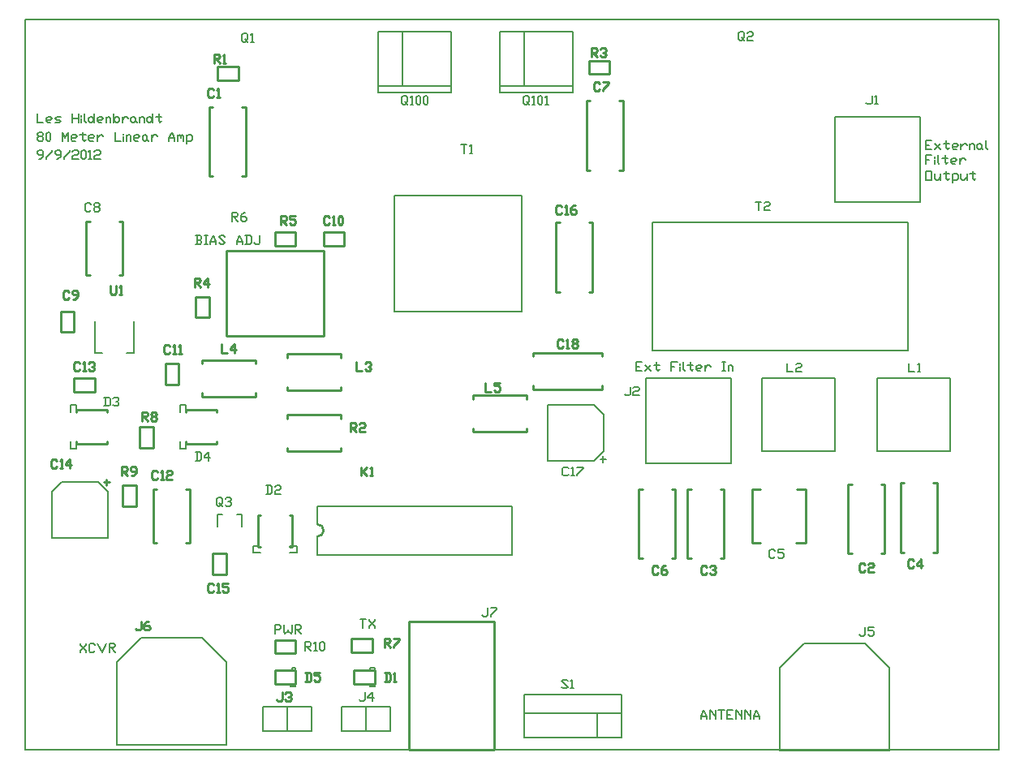
<source format=gto>
G04 Format statement*
%FSLAX23Y23*%
%MOIN*%
G04 Apeture information*
%ADD10C,.003*%
%ADD11C,.005*%
%ADD12C,.001*%
%ADD13C,.008*%
%ADD14R,.062X.062*%
%ADD15R,.068X.068*%
%ADD16C,.062*%
%ADD17C,.068*%
%ADD18O,.125X.050*%
%ADD19O,.131X.056*%
%ADD20C,.056*%
%ADD21R,.040X.045*%
%ADD22R,.046X.051*%
%ADD23R,.046X.046*%
%ADD24C,.010*%
%ADD25R,.045X.040*%
%ADD26R,.051X.046*%
%ADD27R,.030X.030*%
%ADD28R,.036X.036*%
%ADD29R,.110X.090*%
%ADD30R,.116X.096*%
%ADD31R,.096X.096*%
%ADD32R,.090X.110*%
%ADD33R,.096X.116*%
%ADD34R,.040X.200*%
%ADD35R,.046X.206*%
%ADD36R,.040X.060*%
%ADD37R,.046X.066*%
%ADD38O,.080X.150*%
%ADD39O,.086X.156*%
%ADD40C,.086*%
%ADD41R,.100X.100*%
%ADD42R,.106X.106*%
%ADD43R,.140X.090*%
%ADD44R,.146X.096*%
%ADD45O,.050X.125*%
%ADD46O,.056X.131*%
%ADD47C,.085*%
%ADD48C,.091*%
%ADD49C,.070*%
%ADD50C,.076*%
%ADD51R,.420X.355*%
%ADD52R,.426X.361*%
%ADD53R,.361X.361*%
%ADD54R,.050X.135*%
%ADD55R,.056X.141*%
%ADD56R,.056X.056*%
%ADD57C,.175*%
%ADD58C,.181*%
%ADD59C,.150*%
%ADD60C,.156*%
%AMTHERM150*7,0,0,.170,.150,.050,0*%
%ADD61THERM150*%
%ADD62C,.100*%
%ADD63C,.106*%
%ADD64C,.075*%
%ADD65C,.030*%
%ADD66C,.050*%
%ADD67C,.012*%
%ADD68C,.040*%
%ADD69C,.046*%
%ADD70C,.225*%
%ADD71C,.231*%
%ADD72C,.006*%
G04 End of apeture information*
D13*D02*X2064Y2655*D01*X2064Y2655*X2058Y2661*D02*X2058Y2649*D01*X2064Y2655*D02*X2058Y2649*D01*X2052Y2649*D02*X2052Y2649*D01*X2046Y2655*D02*X2046Y2655*D01*X2046Y2679*D02*X2046Y2679*D01*X2052Y2685*D02*X2064Y2685*D01*X2052Y2685*D02*X2070Y2679*D01*X2064Y2685*D02*X2070Y2661*D01*X2070Y2679*D02*X2064Y2655*D01*X2070Y2661*D02*X2070Y2649*D01*X2064Y2655*X2064Y2655*D02*D02*X2082Y2679*D01*X2082Y2679*X2088Y2685*D02*X2088Y2649*D01*X2088Y2685*D02*X2088Y2649*D01*X2082Y2649*D02*X2094Y2649*D01*X2082Y2649*X2082Y2649*D02*D02*X2112Y2649*D01*X2112Y2649*X2106Y2655*D02*X2106Y2655*D01*X2106Y2679*D02*X2106Y2679*D01*X2112Y2685*D02*X2118Y2685*D01*X2112Y2685*D02*X2124Y2679*D01*X2118Y2685*D02*X2124Y2655*D01*X2124Y2679*D02*X2118Y2649*D01*X2124Y2655*D02*X2118Y2649*D01*X2112Y2649*X2112Y2649*D02*D02*X2136Y2679*D01*X2136Y2679*X2142Y2685*D02*X2142Y2649*D01*X2142Y2685*D02*X2142Y2649*D01*X2136Y2649*D02*X2148Y2649*D01*X2136Y2649*X2136Y2649*D02*D13*
D02*D02*X2250Y2700*
D01*X2250Y2725*
D02*X1950Y2700*
D01*X2250Y2700*
D02*X1950Y2700*
D01*X1950Y2725*
X2250Y2725*
X2250Y2950*
D02*X1950Y2950*
D01*X2250Y2950*
D02*X1950Y2725*
D01*X1950Y2950*
D02*X2050Y2725*
D01*X2050Y2950*
D02*X1564Y2655*D01*X1564Y2655*X1558Y2661*D02*X1558Y2649*D01*X1564Y2655*D02*X1558Y2649*D01*X1552Y2649*D02*X1552Y2649*D01*X1546Y2655*D02*X1546Y2655*D01*X1546Y2679*D02*X1546Y2679*D01*X1552Y2685*D02*X1564Y2685*D01*X1552Y2685*D02*X1570Y2679*D01*X1564Y2685*D02*X1570Y2661*D01*X1570Y2679*D02*X1564Y2655*D01*X1570Y2661*D02*X1570Y2649*D01*X1564Y2655*X1564Y2655*D02*D02*X1582Y2679*D01*X1582Y2679*X1588Y2685*D02*X1588Y2649*D01*X1588Y2685*D02*X1588Y2649*D01*X1582Y2649*D02*X1594Y2649*D01*X1582Y2649*X1582Y2649*D02*D02*X1612Y2649*D01*X1612Y2649*X1606Y2655*D02*X1606Y2655*D01*X1606Y2679*D02*X1606Y2679*D01*X1612Y2685*D02*X1618Y2685*D01*X1612Y2685*D02*X1624Y2679*D01*X1618Y2685*D02*X1624Y2655*D01*X1624Y2679*D02*X1618Y2649*D01*X1624Y2655*D02*X1618Y2649*D01*X1612Y2649*X1612Y2649*D02*D02*X1642Y2649*D01*X1642Y2649*X1636Y2655*D02*X1636Y2655*D01*X1636Y2679*D02*X1636Y2679*D01*X1642Y2685*D02*X1648Y2685*D01*X1642Y2685*D02*X1654Y2679*D01*X1648Y2685*D02*X1654Y2655*D01*X1654Y2679*D02*X1648Y2649*D01*X1654Y2655*D02*X1648Y2649*D01*X1642Y2649*X1642Y2649*D02*D02*X1750Y2700*
D01*X1750Y2725*
D02*X1450Y2700*
D01*X1750Y2700*
D02*X1450Y2700*
D01*X1450Y2725*
X1750Y2725*
X1750Y2950*
D02*X1450Y2950*
D01*X1750Y2950*
D02*X1450Y2725*
D01*X1450Y2950*
D02*X1550Y2725*
D01*X1550Y2950*
D02*X2225Y1124*D01*X2225Y1124*X2231Y1130*D02*X2225Y1124*D01*X2213Y1124*D02*X2213Y1124*D01*X2207Y1130*D02*X2207Y1130*D01*X2207Y1154*D02*X2207Y1154*D01*X2213Y1160*D02*X2225Y1160*D01*X2213Y1160*D02*X2231Y1154*D01*X2225Y1160*X2225Y1160*D02*D02*X2243Y1154*D01*X2243Y1154*X2249Y1160*D02*X2249Y1124*D01*X2249Y1160*D02*X2249Y1124*D01*X2243Y1124*D02*X2255Y1124*D01*X2243Y1124*X2243Y1124*D02*D02*X2291Y1160*D01*X2291Y1160*X2267Y1160*D02*X2291Y1154*D01*X2291Y1160*D02*X2267Y1130*D01*X2291Y1154*D02*X2267Y1124*D01*X2267Y1130*X2267Y1130*D02*D02*X2373Y1204*D01*X2373Y1204*X2373Y1180*D02*X2361Y1192*D01*X2361Y1192*X2385Y1192*X2385Y1192*D02*D02*X2145Y1415*
D01*X2335Y1415*
D02*X2145Y1185*
D01*X2145Y1415*
D02*X2145Y1185*
D01*X2335Y1185*
D02*X2375Y1225*
D01*X2375Y1375*
D02*X2335Y1415*
D01*X2375Y1375*
D02*X2375Y1225*
D01*X2335Y1185*
D02*X1150Y405*D01*X1150Y405*X1150Y441*D02*X1168Y441*D01*X1150Y441*D02*X1174Y435*D01*X1168Y441*D02*X1174Y429*D01*X1174Y435*D02*X1168Y423*D01*X1174Y429*D02*X1168Y423*D01*X1150Y423*D02*X1156Y423*D01*X1150Y423*D02*X1174Y405*D01*X1156Y423*X1156Y423*D02*D02*X1186Y435*D01*X1186Y435*X1192Y441*D02*X1192Y405*D01*X1192Y441*D02*X1192Y405*D01*X1186Y405*D02*X1198Y405*D01*X1186Y405*X1186Y405*D02*D02*X1216Y405*D01*X1216Y405*X1210Y411*D02*X1210Y411*D01*X1210Y435*D02*X1210Y435*D01*X1216Y441*D02*X1222Y441*D01*X1216Y441*D02*X1228Y435*D01*X1222Y441*D02*X1228Y411*D01*X1228Y435*D02*X1222Y405*D01*X1228Y411*D02*X1222Y405*D01*X1216Y405*X1216Y405*D02*D24*
D02*D02*X1025Y450*
D01*X1110Y450*
D02*X1110Y395*
D01*X1110Y450*
D02*X1025Y395*
D01*X1110Y395*
D02*X1025Y395*
D01*X1025Y450*
D02*X1168Y280*D01*X1168Y280*X1150Y280*D02*X1168Y280*D01*X1174Y286*D02*X1174Y286*D01*X1174Y310*D02*X1174Y310*D01*X1168Y316*D02*X1168Y316*D01*X1150Y316*D02*X1156Y316*D01*X1150Y316*D02*X1156Y280*D01*X1156Y316*X1156Y316*D02*D02*X1192Y280*D01*X1192Y280*X1186Y286*D02*X1204Y280*D01*X1192Y280*D02*X1204Y280*D01*X1210Y286*D02*X1210Y286*D01*X1210Y298*D02*X1210Y298*D01*X1204Y304*D02*X1204Y304*D01*X1186Y304*D02*X1186Y304*D01*X1186Y316*D02*X1210Y316*D01*X1186Y316*X1186Y316*D02*D02*X1025Y325*
D01*X1110Y325*
D02*X1110Y270*
D01*X1110Y325*
D02*X1025Y270*
D01*X1110Y270*
D02*X1025Y270*
D01*X1025Y325*
D02*X173Y1850*D01*X173Y1850*X179Y1856*D02*X173Y1850*D01*X161Y1850*D02*X161Y1850*D01*X155Y1856*D02*X155Y1856*D01*X155Y1880*D02*X155Y1880*D01*X161Y1886*D02*X173Y1886*D01*X161Y1886*D02*X179Y1880*D01*X173Y1886*X173Y1886*D02*D02*X203Y1850*D01*X203Y1850*X197Y1850*D02*X203Y1850*D01*X215Y1862*D02*X215Y1862*D01*X215Y1880*D02*X215Y1880*D01*X209Y1886*D02*X209Y1886*D01*X197Y1886*D02*X191Y1880*D01*X197Y1886*D02*X191Y1874*D01*X191Y1880*D02*X197Y1868*D01*X191Y1874*D02*X215Y1868*D01*X197Y1868*X197Y1868*D02*D02*X200Y1715*
D01*X200Y1800*
D02*X145Y1715*
D01*X200Y1715*
D02*X145Y1715*
D01*X145Y1800*
X200Y1800*
D02*X1243Y2155*D01*X1243Y2155*X1249Y2161*D02*X1243Y2155*D01*X1231Y2155*D02*X1231Y2155*D01*X1225Y2161*D02*X1225Y2161*D01*X1225Y2185*D02*X1225Y2185*D01*X1231Y2191*D02*X1243Y2191*D01*X1231Y2191*D02*X1249Y2185*D01*X1243Y2191*X1243Y2191*D02*D02*X1261Y2185*D01*X1261Y2185*X1267Y2191*D02*X1267Y2155*D01*X1267Y2191*D02*X1267Y2155*D01*X1261Y2155*D02*X1273Y2155*D01*X1261Y2155*X1261Y2155*D02*D02*X1291Y2155*D01*X1291Y2155*X1285Y2161*D02*X1285Y2161*D01*X1285Y2185*D02*X1285Y2185*D01*X1291Y2191*D02*X1297Y2191*D01*X1291Y2191*D02*X1303Y2185*D01*X1297Y2191*D02*X1303Y2161*D01*X1303Y2185*D02*X1297Y2155*D01*X1303Y2161*D02*X1297Y2155*D01*X1291Y2155*X1291Y2155*D02*D02*X1225Y2125*
D01*X1310Y2125*
D02*X1310Y2070*
D01*X1310Y2125*
D02*X1225Y2070*
D01*X1310Y2070*
D02*X1225Y2070*
D01*X1225Y2125*
D02*X695Y1900*D01*X695Y1900*X695Y1936*D02*X713Y1936*D01*X695Y1936*D02*X719Y1930*D01*X713Y1936*D02*X719Y1924*D01*X719Y1930*D02*X713Y1918*D01*X719Y1924*D02*X713Y1918*D01*X695Y1918*D02*X701Y1918*D01*X695Y1918*D02*X719Y1900*D01*X701Y1918*X701Y1918*D02*D02*X755Y1912*D01*X755Y1912*X731Y1912*D02*X731Y1912*D01*X731Y1918*D02*X731Y1918*D01*X749Y1936*D02*X749Y1900*D01*X749Y1936*X749Y1936*D02*D02*X700Y1775*
D01*X700Y1860*
X755Y1860*
D02*X755Y1775*
D01*X755Y1860*
D02*X700Y1775*
D01*X755Y1775*
D02*X1050Y2155*D01*X1050Y2155*X1050Y2191*D02*X1068Y2191*D01*X1050Y2191*D02*X1074Y2185*D01*X1068Y2191*D02*X1074Y2179*D01*X1074Y2185*D02*X1068Y2173*D01*X1074Y2179*D02*X1068Y2173*D01*X1050Y2173*D02*X1056Y2173*D01*X1050Y2173*D02*X1074Y2155*D01*X1056Y2173*X1056Y2173*D02*D02*X1092Y2155*D01*X1092Y2155*X1086Y2161*D02*X1104Y2155*D01*X1092Y2155*D02*X1104Y2155*D01*X1110Y2161*D02*X1110Y2161*D01*X1110Y2173*D02*X1110Y2173*D01*X1104Y2179*D02*X1104Y2179*D01*X1086Y2179*D02*X1086Y2179*D01*X1086Y2191*D02*X1110Y2191*D01*X1086Y2191*X1086Y2191*D02*D02*X1025Y2125*
D01*X1110Y2125*
D02*X1110Y2070*
D01*X1110Y2125*
D02*X1025Y2070*
D01*X1110Y2070*
D02*X1025Y2070*
D01*X1025Y2125*
D02*X1475Y420*D01*X1475Y420*X1475Y456*D02*X1493Y456*D01*X1475Y456*D02*X1499Y450*D01*X1493Y456*D02*X1499Y444*D01*X1499Y450*D02*X1493Y438*D01*X1499Y444*D02*X1493Y438*D01*X1475Y438*D02*X1481Y438*D01*X1475Y438*D02*X1499Y420*D01*X1481Y438*X1481Y438*D02*D02*X1535Y456*D01*X1535Y456*X1511Y456*D02*X1535Y450*D01*X1535Y456*D02*X1511Y426*D01*X1535Y450*D02*X1511Y420*D01*X1511Y426*X1511Y426*D02*D02*X1340Y400*
D01*X1425Y400*
D02*X1340Y400*
D01*X1340Y455*
X1425Y455*
D02*X1425Y400*
D01*X1425Y455*
D02*X1493Y280*D01*X1493Y280*X1475Y280*D02*X1493Y280*D01*X1499Y286*D02*X1499Y286*D01*X1499Y310*D02*X1499Y310*D01*X1493Y316*D02*X1493Y316*D01*X1475Y316*D02*X1481Y316*D01*X1475Y316*D02*X1481Y280*D01*X1481Y316*X1481Y316*D02*D02*X1511Y310*D01*X1511Y310*X1517Y316*D02*X1517Y280*D01*X1517Y316*D02*X1517Y280*D01*X1511Y280*D02*X1523Y280*D01*X1511Y280*X1511Y280*D02*D02*X1350Y325*
D01*X1435Y325*
D02*X1435Y270*
D01*X1435Y325*
D02*X1350Y270*
D01*X1435Y270*
D02*X1350Y270*
D01*X1350Y325*
D02*X480Y1350*D01*X480Y1350*X480Y1386*D02*X498Y1386*D01*X480Y1386*D02*X504Y1380*D01*X498Y1386*D02*X504Y1374*D01*X504Y1380*D02*X498Y1368*D01*X504Y1374*D02*X498Y1368*D01*X480Y1368*D02*X486Y1368*D01*X480Y1368*D02*X504Y1350*D01*X486Y1368*X486Y1368*D02*D02*X522Y1350*D01*X522Y1350*X516Y1356*D02*X516Y1356*D01*X516Y1362*D02*X516Y1362*D01*X522Y1368*D02*X534Y1368*D01*X522Y1368*D02*X534Y1368*D01*X540Y1374*D02*X540Y1374*D01*X540Y1380*D02*X540Y1380*D01*X534Y1386*D02*X534Y1386*D01*X522Y1386*D02*X516Y1380*D01*X522Y1386*D02*X516Y1374*D01*X516Y1380*D02*X522Y1368*D01*X516Y1374*D02*X534Y1368*D01*X522Y1368*D02*X540Y1362*D01*X534Y1368*D02*X540Y1356*D01*X540Y1362*D02*X534Y1350*D01*X540Y1356*D02*X534Y1350*D01*X522Y1350*X522Y1350*D02*D02*X525Y1240*
D01*X525Y1325*
D02*X470Y1240*
D01*X525Y1240*
D02*X470Y1240*
D01*X470Y1325*
X525Y1325*
D02*X218Y1555*D01*X218Y1555*X224Y1561*D02*X218Y1555*D01*X206Y1555*D02*X206Y1555*D01*X200Y1561*D02*X200Y1561*D01*X200Y1585*D02*X200Y1585*D01*X206Y1591*D02*X218Y1591*D01*X206Y1591*D02*X224Y1585*D01*X218Y1591*X218Y1591*D02*D02*X236Y1585*D01*X236Y1585*X242Y1591*D02*X242Y1555*D01*X242Y1591*D02*X242Y1555*D01*X236Y1555*D02*X248Y1555*D01*X236Y1555*X236Y1555*D02*D02*X260Y1585*D01*X260Y1585*X266Y1591*D02*X278Y1591*D01*X266Y1591*D02*X284Y1585*D01*X278Y1591*D02*X284Y1579*D01*X284Y1585*D02*X278Y1573*D01*X284Y1579*D02*X278Y1573*D01*X272Y1573*D02*X278Y1573*D01*X272Y1573*D02*X284Y1567*D01*X278Y1573*D02*X284Y1561*D01*X284Y1567*D02*X278Y1555*D01*X284Y1561*D02*X278Y1555*D01*X266Y1555*D02*X266Y1555*D01*X260Y1561*X260Y1561*D02*D02*X200Y1525*
D01*X285Y1525*
D02*X285Y1470*
D01*X285Y1525*
D02*X200Y1470*
D01*X285Y1470*
D02*X200Y1470*
D01*X200Y1525*
D02*X395Y1125*D01*X395Y1125*X395Y1161*D02*X413Y1161*D01*X395Y1161*D02*X419Y1155*D01*X413Y1161*D02*X419Y1149*D01*X419Y1155*D02*X413Y1143*D01*X419Y1149*D02*X413Y1143*D01*X395Y1143*D02*X401Y1143*D01*X395Y1143*D02*X419Y1125*D01*X401Y1143*X401Y1143*D02*D02*X443Y1125*D01*X443Y1125*X437Y1125*D02*X443Y1125*D01*X455Y1137*D02*X455Y1137*D01*X455Y1155*D02*X455Y1155*D01*X449Y1161*D02*X449Y1161*D01*X437Y1161*D02*X431Y1155*D01*X437Y1161*D02*X431Y1149*D01*X431Y1155*D02*X437Y1143*D01*X431Y1149*D02*X455Y1143*D01*X437Y1143*X437Y1143*D02*D02*X400Y1000*
D01*X400Y1085*
X455Y1085*
D02*X455Y1000*
D01*X455Y1085*
D02*X400Y1000*
D01*X455Y1000*
D02*X768Y645*D01*X768Y645*X774Y651*D02*X768Y645*D01*X756Y645*D02*X756Y645*D01*X750Y651*D02*X750Y651*D01*X750Y675*D02*X750Y675*D01*X756Y681*D02*X768Y681*D01*X756Y681*D02*X774Y675*D01*X768Y681*X768Y681*D02*D02*X786Y675*D01*X786Y675*X792Y681*D02*X792Y645*D01*X792Y681*D02*X792Y645*D01*X786Y645*D02*X798Y645*D01*X786Y645*X786Y645*D02*D02*X816Y645*D01*X816Y645*X810Y651*D02*X828Y645*D01*X816Y645*D02*X828Y645*D01*X834Y651*D02*X834Y651*D01*X834Y663*D02*X834Y663*D01*X828Y669*D02*X828Y669*D01*X810Y669*D02*X810Y669*D01*X810Y681*D02*X834Y681*D01*X810Y681*X810Y681*D02*D02*X825Y720*
D01*X825Y805*
D02*X770Y720*
D01*X825Y720*
D02*X770Y720*
D01*X770Y805*
X825Y805*
D02*X588Y1625*D01*X588Y1625*X594Y1631*D02*X588Y1625*D01*X576Y1625*D02*X576Y1625*D01*X570Y1631*D02*X570Y1631*D01*X570Y1655*D02*X570Y1655*D01*X576Y1661*D02*X588Y1661*D01*X576Y1661*D02*X594Y1655*D01*X588Y1661*X588Y1661*D02*D02*X606Y1655*D01*X606Y1655*X612Y1661*D02*X612Y1625*D01*X612Y1661*D02*X612Y1625*D01*X606Y1625*D02*X618Y1625*D01*X606Y1625*X606Y1625*D02*D02*X630Y1655*D01*X630Y1655*X636Y1661*D02*X636Y1625*D01*X636Y1661*D02*X636Y1625*D01*X630Y1625*D02*X642Y1625*D01*X630Y1625*X630Y1625*D02*D02*X575Y1500*
D01*X575Y1585*
X630Y1585*
D02*X630Y1500*
D01*X630Y1585*
D02*X575Y1500*
D01*X630Y1500*
D02*X2325Y2845*D01*X2325Y2845*X2325Y2881*D02*X2343Y2881*D01*X2325Y2881*D02*X2349Y2875*D01*X2343Y2881*D02*X2349Y2869*D01*X2349Y2875*D02*X2343Y2863*D01*X2349Y2869*D02*X2343Y2863*D01*X2325Y2863*D02*X2331Y2863*D01*X2325Y2863*D02*X2349Y2845*D01*X2331Y2863*X2331Y2863*D02*D02*X2361Y2875*D01*X2361Y2875*X2367Y2881*D02*X2379Y2881*D01*X2367Y2881*D02*X2385Y2875*D01*X2379Y2881*D02*X2385Y2869*D01*X2385Y2875*D02*X2379Y2863*D01*X2385Y2869*D02*X2379Y2863*D01*X2373Y2863*D02*X2379Y2863*D01*X2373Y2863*D02*X2385Y2857*D01*X2379Y2863*D02*X2385Y2851*D01*X2385Y2857*D02*X2379Y2845*D01*X2385Y2851*D02*X2379Y2845*D01*X2367Y2845*D02*X2367Y2845*D01*X2361Y2851*X2361Y2851*D02*D02*X2315Y2775*
D01*X2400Y2775*
D02*X2315Y2775*
D01*X2315Y2830*
X2400Y2830*
D02*X2400Y2775*
D01*X2400Y2830*
D02*X775Y2820*D01*X775Y2820*X775Y2856*D02*X793Y2856*D01*X775Y2856*D02*X799Y2850*D01*X793Y2856*D02*X799Y2844*D01*X799Y2850*D02*X793Y2838*D01*X799Y2844*D02*X793Y2838*D01*X775Y2838*D02*X781Y2838*D01*X775Y2838*D02*X799Y2820*D01*X781Y2838*X781Y2838*D02*D02*X811Y2850*D01*X811Y2850*X817Y2856*D02*X817Y2820*D01*X817Y2856*D02*X817Y2820*D01*X811Y2820*D02*X823Y2820*D01*X811Y2820*X811Y2820*D02*D02*X790Y2750*
D01*X875Y2750*
D02*X790Y2750*
D01*X790Y2805*
X875Y2805*
D02*X875Y2750*
D01*X875Y2805*
D02*X1037Y199*D01*X1037Y199*X1031Y205*D02*X1049Y199*D01*X1037Y199*D02*X1049Y199*D01*X1055Y205*D02*X1055Y205*D01*X1055Y235*X1055Y235*D02*D02*X1067Y229*D01*X1067Y229*X1073Y235*D02*X1085Y235*D01*X1073Y235*D02*X1091Y229*D01*X1085Y235*D02*X1091Y223*D01*X1091Y229*D02*X1085Y217*D01*X1091Y223*D02*X1085Y217*D01*X1079Y217*D02*X1085Y217*D01*X1079Y217*D02*X1091Y211*D01*X1085Y217*D02*X1091Y205*D01*X1091Y211*D02*X1085Y199*D01*X1091Y205*D02*X1085Y199*D01*X1073Y199*D02*X1073Y199*D01*X1067Y205*X1067Y205*D02*D13*
D02*D02*X1075Y75*
D01*X1075Y175*
D02*X975Y75*
D01*X975Y175*
X1175Y175*
D02*X1175Y75*
D01*X1175Y175*
D02*X975Y75*
D01*X1175Y75*
D02*X1377Y199*D01*X1377Y199*X1371Y205*D02*X1389Y199*D01*X1377Y199*D02*X1389Y199*D01*X1395Y205*D02*X1395Y205*D01*X1395Y235*X1395Y235*D02*D02*X1431Y211*D01*X1431Y211*X1407Y211*D02*X1407Y211*D01*X1407Y217*D02*X1407Y217*D01*X1425Y235*D02*X1425Y199*D01*X1425Y235*X1425Y235*D02*D02*X1400Y75*
D01*X1400Y175*
D02*X1300Y75*
D01*X1300Y175*
X1500Y175*
D02*X1500Y75*
D01*X1500Y175*
D02*X1300Y75*
D01*X1500Y75*
D02*X803Y1006*D01*X803Y1006*X797Y1012*D02*X797Y1000*D01*X803Y1006*D02*X797Y1000*D01*X791Y1000*D02*X791Y1000*D01*X785Y1006*D02*X785Y1006*D01*X785Y1030*D02*X785Y1030*D01*X791Y1036*D02*X803Y1036*D01*X791Y1036*D02*X809Y1030*D01*X803Y1036*D02*X809Y1012*D01*X809Y1030*D02*X803Y1006*D01*X809Y1012*D02*X809Y1000*D01*X803Y1006*X803Y1006*D02*D02*X821Y1030*D01*X821Y1030*X827Y1036*D02*X839Y1036*D01*X827Y1036*D02*X845Y1030*D01*X839Y1036*D02*X845Y1024*D01*X845Y1030*D02*X839Y1018*D01*X845Y1024*D02*X839Y1018*D01*X833Y1018*D02*X839Y1018*D01*X833Y1018*D02*X845Y1012*D01*X839Y1018*D02*X845Y1006*D01*X845Y1012*D02*X839Y1000*D01*X845Y1006*D02*X839Y1000*D01*X827Y1000*D02*X827Y1000*D01*X821Y1006*X821Y1006*D02*D02*X790Y915*
D01*X790Y965*
X810Y965*
D02*X870Y965*
D01*X890Y965*
D02*X890Y915*
D01*X890Y965*
D02*X263Y2210*D01*X263Y2210*X269Y2216*D02*X263Y2210*D01*X251Y2210*D02*X251Y2210*D01*X245Y2216*D02*X245Y2216*D01*X245Y2240*D02*X245Y2240*D01*X251Y2246*D02*X263Y2246*D01*X251Y2246*D02*X269Y2240*D01*X263Y2246*X263Y2246*D02*D02*X287Y2210*D01*X287Y2210*X281Y2216*D02*X281Y2216*D01*X281Y2222*D02*X281Y2222*D01*X287Y2228*D02*X299Y2228*D01*X287Y2228*D02*X299Y2228*D01*X305Y2234*D02*X305Y2234*D01*X305Y2240*D02*X305Y2240*D01*X299Y2246*D02*X299Y2246*D01*X287Y2246*D02*X281Y2240*D01*X287Y2246*D02*X281Y2234*D01*X281Y2240*D02*X287Y2228*D01*X281Y2234*D02*X299Y2228*D01*X287Y2228*D02*X305Y2222*D01*X299Y2228*D02*X305Y2216*D01*X305Y2222*D02*X299Y2210*D01*X305Y2216*D02*X299Y2210*D01*X287Y2210*X287Y2210*D02*D24*
D02*D02*X400Y1950*
D01*X400Y2170*
D02*X250Y1950*
D01*X250Y2170*
D02*X385Y2170*
D01*X400Y2170*
D02*X385Y1950*
D01*X400Y1950*
D02*X250Y1950*
D01*X265Y1950*
D02*X250Y2170*
D01*X265Y2170*
D02*X3643Y745*D01*X3643Y745*X3649Y751*D02*X3643Y745*D01*X3631Y745*D02*X3631Y745*D01*X3625Y751*D02*X3625Y751*D01*X3625Y775*D02*X3625Y775*D01*X3631Y781*D02*X3643Y781*D01*X3631Y781*D02*X3649Y775*D01*X3643Y781*X3643Y781*D02*D02*X3685Y757*D01*X3685Y757*X3661Y757*D02*X3661Y757*D01*X3661Y763*D02*X3661Y763*D01*X3679Y781*D02*X3679Y745*D01*X3679Y781*X3679Y781*D02*D02*X3595Y810*
D01*X3595Y1095*
D02*X3745Y810*
D01*X3745Y1095*
D02*X3595Y810*
D01*X3610Y810*
D02*X3595Y1095*
D01*X3610Y1095*
D02*X3730Y1095*
D01*X3745Y1095*
D02*X3730Y810*
D01*X3745Y810*
D02*X2198Y2200*D01*X2198Y2200*X2204Y2206*D02*X2198Y2200*D01*X2186Y2200*D02*X2186Y2200*D01*X2180Y2206*D02*X2180Y2206*D01*X2180Y2230*D02*X2180Y2230*D01*X2186Y2236*D02*X2198Y2236*D01*X2186Y2236*D02*X2204Y2230*D01*X2198Y2236*X2198Y2236*D02*D02*X2216Y2230*D01*X2216Y2230*X2222Y2236*D02*X2222Y2200*D01*X2222Y2236*D02*X2222Y2200*D01*X2216Y2200*D02*X2228Y2200*D01*X2216Y2200*X2216Y2200*D02*D02*X2258Y2218*D01*X2258Y2218*X2240Y2218*D02*X2264Y2212*D01*X2258Y2218*D02*X2264Y2206*D01*X2264Y2212*D02*X2258Y2200*D01*X2264Y2206*D02*X2258Y2200*D01*X2246Y2200*D02*X2246Y2200*D01*X2240Y2206*D02*X2240Y2206*D01*X2240Y2224*D02*X2240Y2224*D01*X2252Y2236*D02*X2258Y2236*D01*X2252Y2236*X2252Y2236*D02*D02*X2330Y1880*
D01*X2330Y2165*
D02*X2180Y1880*
D01*X2180Y2165*
D02*X2315Y2165*
D01*X2330Y2165*
D02*X2315Y1880*
D01*X2330Y1880*
D02*X2180Y1880*
D01*X2195Y1880*
D02*X2180Y2165*
D01*X2195Y2165*
D02*X2203Y1650*D01*X2203Y1650*X2209Y1656*D02*X2203Y1650*D01*X2191Y1650*D02*X2191Y1650*D01*X2185Y1656*D02*X2185Y1656*D01*X2185Y1680*D02*X2185Y1680*D01*X2191Y1686*D02*X2203Y1686*D01*X2191Y1686*D02*X2209Y1680*D01*X2203Y1686*X2203Y1686*D02*D02*X2221Y1680*D01*X2221Y1680*X2227Y1686*D02*X2227Y1650*D01*X2227Y1686*D02*X2227Y1650*D01*X2221Y1650*D02*X2233Y1650*D01*X2221Y1650*X2221Y1650*D02*D02*X2251Y1650*D01*X2251Y1650*X2245Y1656*D02*X2245Y1656*D01*X2245Y1662*D02*X2245Y1662*D01*X2251Y1668*D02*X2263Y1668*D01*X2251Y1668*D02*X2263Y1668*D01*X2269Y1674*D02*X2269Y1674*D01*X2269Y1680*D02*X2269Y1680*D01*X2263Y1686*D02*X2263Y1686*D01*X2251Y1686*D02*X2245Y1680*D01*X2251Y1686*D02*X2245Y1674*D01*X2245Y1680*D02*X2251Y1668*D01*X2245Y1674*D02*X2263Y1668*D01*X2251Y1668*D02*X2269Y1662*D01*X2263Y1668*D02*X2269Y1656*D01*X2269Y1662*D02*X2263Y1650*D01*X2269Y1656*D02*X2263Y1650*D01*X2251Y1650*X2251Y1650*D02*D02*X2085Y1630*
D01*X2370Y1630*
D02*X2085Y1480*
D01*X2370Y1480*
D02*X2085Y1615*
D01*X2085Y1630*
D02*X2370Y1615*
D01*X2370Y1630*
D02*X2370Y1480*
D01*X2370Y1495*
D02*X2085Y1480*
D01*X2085Y1495*
D02*X2793Y720*D01*X2793Y720*X2799Y726*D02*X2793Y720*D01*X2781Y720*D02*X2781Y720*D01*X2775Y726*D02*X2775Y726*D01*X2775Y750*D02*X2775Y750*D01*X2781Y756*D02*X2793Y756*D01*X2781Y756*D02*X2799Y750*D01*X2793Y756*X2793Y756*D02*D02*X2811Y750*D01*X2811Y750*X2817Y756*D02*X2829Y756*D01*X2817Y756*D02*X2835Y750*D01*X2829Y756*D02*X2835Y744*D01*X2835Y750*D02*X2829Y738*D01*X2835Y744*D02*X2829Y738*D01*X2823Y738*D02*X2829Y738*D01*X2823Y738*D02*X2835Y732*D01*X2829Y738*D02*X2835Y726*D01*X2835Y732*D02*X2829Y720*D01*X2835Y726*D02*X2829Y720*D01*X2817Y720*D02*X2817Y720*D01*X2811Y726*X2811Y726*D02*D02*X2720Y785*
D01*X2720Y1070*
D02*X2870Y785*
D01*X2870Y1070*
D02*X2720Y785*
D01*X2735Y785*
D02*X2720Y1070*
D01*X2735Y1070*
D02*X2855Y1070*
D01*X2870Y1070*
D02*X2855Y785*
D01*X2870Y785*
D02*X3443Y730*D01*X3443Y730*X3449Y736*D02*X3443Y730*D01*X3431Y730*D02*X3431Y730*D01*X3425Y736*D02*X3425Y736*D01*X3425Y760*D02*X3425Y760*D01*X3431Y766*D02*X3443Y766*D01*X3431Y766*D02*X3449Y760*D01*X3443Y766*X3443Y766*D02*D02*X3461Y760*D01*X3461Y760*X3467Y766*D02*X3479Y766*D01*X3467Y766*D02*X3485Y760*D01*X3479Y766*D02*X3485Y754*D01*X3485Y760*D02*X3479Y748*D01*X3485Y754*D02*X3479Y748*D01*X3467Y748*D02*X3461Y742*D01*X3467Y748*D02*X3461Y730*D01*X3461Y742*D02*X3485Y730*D01*X3461Y730*X3461Y730*D02*D02*X3530Y805*
D01*X3530Y1090*
D02*X3380Y805*
D01*X3380Y1090*
D02*X3515Y1090*
D01*X3530Y1090*
D02*X3515Y805*
D01*X3530Y805*
D02*X3380Y805*
D01*X3395Y805*
D02*X3380Y1090*
D01*X3395Y1090*
D02*X1890Y1470*D01*X1890Y1470*X1890Y1506*D02*X1890Y1470*D01*X1890Y1506*D02*X1914Y1470*D01*X1890Y1470*X1890Y1470*D02*D02*X1932Y1470*D01*X1932Y1470*X1926Y1476*D02*X1944Y1470*D01*X1932Y1470*D02*X1944Y1470*D01*X1950Y1476*D02*X1950Y1476*D01*X1950Y1488*D02*X1950Y1488*D01*X1944Y1494*D02*X1944Y1494*D01*X1926Y1494*D02*X1926Y1494*D01*X1926Y1506*D02*X1950Y1506*D01*X1926Y1506*X1926Y1506*D02*D02*X1840Y1305*
D01*X2060Y1305*
D02*X1840Y1455*
D01*X2060Y1455*
D02*X2060Y1305*
D01*X2060Y1320*
D02*X1840Y1305*
D01*X1840Y1320*
D02*X1840Y1440*
D01*X1840Y1455*
D02*X2060Y1440*
D01*X2060Y1455*
D02*X1360Y1555*D01*X1360Y1555*X1360Y1591*D02*X1360Y1555*D01*X1360Y1591*D02*X1384Y1555*D01*X1360Y1555*X1360Y1555*D02*D02*X1396Y1585*D01*X1396Y1585*X1402Y1591*D02*X1414Y1591*D01*X1402Y1591*D02*X1420Y1585*D01*X1414Y1591*D02*X1420Y1579*D01*X1420Y1585*D02*X1414Y1573*D01*X1420Y1579*D02*X1414Y1573*D01*X1408Y1573*D02*X1414Y1573*D01*X1408Y1573*D02*X1420Y1567*D01*X1414Y1573*D02*X1420Y1561*D01*X1420Y1567*D02*X1414Y1555*D01*X1420Y1561*D02*X1414Y1555*D01*X1402Y1555*D02*X1402Y1555*D01*X1396Y1561*X1396Y1561*D02*D02*X1075Y1475*
D01*X1295Y1475*
D02*X1075Y1625*
D01*X1295Y1625*
D02*X1295Y1475*
D01*X1295Y1490*
D02*X1075Y1475*
D01*X1075Y1490*
D02*X1075Y1610*
D01*X1075Y1625*
D02*X1295Y1610*
D01*X1295Y1625*
D02*X1335Y1305*D01*X1335Y1305*X1335Y1341*D02*X1353Y1341*D01*X1335Y1341*D02*X1359Y1335*D01*X1353Y1341*D02*X1359Y1329*D01*X1359Y1335*D02*X1353Y1323*D01*X1359Y1329*D02*X1353Y1323*D01*X1335Y1323*D02*X1341Y1323*D01*X1335Y1323*D02*X1359Y1305*D01*X1341Y1323*X1341Y1323*D02*D02*X1371Y1335*D01*X1371Y1335*X1377Y1341*D02*X1389Y1341*D01*X1377Y1341*D02*X1395Y1335*D01*X1389Y1341*D02*X1395Y1329*D01*X1395Y1335*D02*X1389Y1323*D01*X1395Y1329*D02*X1389Y1323*D01*X1377Y1323*D02*X1371Y1317*D01*X1377Y1323*D02*X1371Y1305*D01*X1371Y1317*D02*X1395Y1305*D01*X1371Y1305*X1371Y1305*D02*D02*X1075Y1225*
D01*X1295Y1225*
D02*X1075Y1375*
D01*X1295Y1375*
D02*X1295Y1225*
D01*X1295Y1240*
D02*X1075Y1225*
D01*X1075Y1240*
D02*X1075Y1360*
D01*X1075Y1375*
D02*X1295Y1360*
D01*X1295Y1375*
D02*X538Y1110*D01*X538Y1110*X544Y1116*D02*X538Y1110*D01*X526Y1110*D02*X526Y1110*D01*X520Y1116*D02*X520Y1116*D01*X520Y1140*D02*X520Y1140*D01*X526Y1146*D02*X538Y1146*D01*X526Y1146*D02*X544Y1140*D01*X538Y1146*X538Y1146*D02*D02*X556Y1140*D01*X556Y1140*X562Y1146*D02*X562Y1110*D01*X562Y1146*D02*X562Y1110*D01*X556Y1110*D02*X568Y1110*D01*X556Y1110*X556Y1110*D02*D02*X580Y1140*D01*X580Y1140*X586Y1146*D02*X598Y1146*D01*X586Y1146*D02*X604Y1140*D01*X598Y1146*D02*X604Y1134*D01*X604Y1140*D02*X598Y1128*D01*X604Y1134*D02*X598Y1128*D01*X586Y1128*D02*X580Y1122*D01*X586Y1128*D02*X580Y1110*D01*X580Y1122*D02*X604Y1110*D01*X580Y1110*X580Y1110*D02*D02*X675Y850*
D01*X675Y1070*
D02*X525Y850*
D01*X525Y1070*
D02*X660Y1070*
D01*X675Y1070*
D02*X660Y850*
D01*X675Y850*
D02*X525Y850*
D01*X540Y850*
D02*X525Y1070*
D01*X540Y1070*
D02*X805Y1630*D01*X805Y1630*X805Y1666*D02*X805Y1630*D01*X805Y1666*D02*X829Y1630*D01*X805Y1630*X805Y1630*D02*D02*X865Y1642*D01*X865Y1642*X841Y1642*D02*X841Y1642*D01*X841Y1648*D02*X841Y1648*D01*X859Y1666*D02*X859Y1630*D01*X859Y1666*X859Y1666*D02*D02*X725Y1450*
D01*X945Y1450*
D02*X725Y1600*
D01*X945Y1600*
D02*X945Y1450*
D01*X945Y1465*
D02*X725Y1450*
D01*X725Y1465*
D02*X725Y1585*
D01*X725Y1600*
D02*X945Y1585*
D01*X945Y1600*
D02*X2353Y2705*D01*X2353Y2705*X2359Y2711*D02*X2353Y2705*D01*X2341Y2705*D02*X2341Y2705*D01*X2335Y2711*D02*X2335Y2711*D01*X2335Y2735*D02*X2335Y2735*D01*X2341Y2741*D02*X2353Y2741*D01*X2341Y2741*D02*X2359Y2735*D01*X2353Y2741*X2353Y2741*D02*D02*X2395Y2741*D01*X2395Y2741*X2371Y2741*D02*X2395Y2735*D01*X2395Y2741*D02*X2371Y2711*D01*X2395Y2735*D02*X2371Y2705*D01*X2371Y2711*X2371Y2711*D02*D02*X2455Y2380*
D01*X2455Y2665*
D02*X2305Y2380*
D01*X2305Y2665*
D02*X2440Y2665*
D01*X2455Y2665*
D02*X2440Y2380*
D01*X2455Y2380*
D02*X2305Y2380*
D01*X2320Y2380*
D02*X2305Y2665*
D01*X2320Y2665*
D02*X768Y2680*D01*X768Y2680*X774Y2686*D02*X768Y2680*D01*X756Y2680*D02*X756Y2680*D01*X750Y2686*D02*X750Y2686*D01*X750Y2710*D02*X750Y2710*D01*X756Y2716*D02*X768Y2716*D01*X756Y2716*D02*X774Y2710*D01*X768Y2716*X768Y2716*D02*D02*X786Y2710*D01*X786Y2710*X792Y2716*D02*X792Y2680*D01*X792Y2716*D02*X792Y2680*D01*X786Y2680*D02*X798Y2680*D01*X786Y2680*X786Y2680*D02*D02*X905Y2355*
D01*X905Y2640*
D02*X755Y2355*
D01*X755Y2640*
D02*X890Y2640*
D01*X905Y2640*
D02*X890Y2355*
D01*X905Y2355*
D02*X755Y2355*
D01*X770Y2355*
D02*X755Y2640*
D01*X770Y2640*
D02*X2593Y720*D01*X2593Y720*X2599Y726*D02*X2593Y720*D01*X2581Y720*D02*X2581Y720*D01*X2575Y726*D02*X2575Y726*D01*X2575Y750*D02*X2575Y750*D01*X2581Y756*D02*X2593Y756*D01*X2581Y756*D02*X2599Y750*D01*X2593Y756*X2593Y756*D02*D02*X2629Y738*D01*X2629Y738*X2611Y738*D02*X2635Y732*D01*X2629Y738*D02*X2635Y726*D01*X2635Y732*D02*X2629Y720*D01*X2635Y726*D02*X2629Y720*D01*X2617Y720*D02*X2617Y720*D01*X2611Y726*D02*X2611Y726*D01*X2611Y744*D02*X2611Y744*D01*X2623Y756*D02*X2629Y756*D01*X2623Y756*X2623Y756*D02*D02*X2520Y785*
D01*X2520Y1070*
D02*X2670Y785*
D01*X2670Y1070*
D02*X2520Y785*
D01*X2535Y785*
D02*X2520Y1070*
D01*X2535Y1070*
D02*X2655Y1070*
D01*X2670Y1070*
D02*X2655Y785*
D01*X2670Y785*
D02*X349Y1876*D01*X349Y1876*X349Y1906*D02*X355Y1870*D01*X349Y1876*D02*X367Y1870*D01*X355Y1870*D02*X367Y1870*D01*X373Y1876*D02*X373Y1876*D01*X373Y1906*X373Y1906*D02*D02*X385Y1900*D01*X385Y1900*X391Y1906*D02*X391Y1870*D01*X391Y1906*D02*X391Y1870*D01*X385Y1870*D02*X397Y1870*D01*X385Y1870*X385Y1870*D02*D13*
D02*D02*X445Y1630*
D01*X445Y1760*
D02*X415Y1630*
D01*X445Y1630*
D02*X285Y1630*
D01*X315Y1630*
D02*X285Y1630*
D01*X285Y1760*
D02*X2210Y251*D01*X2210Y251*X2204Y257*D02*X2222Y251*D01*X2210Y251*D02*X2222Y251*D01*X2228Y257*D02*X2228Y257*D01*X2204Y281*D02*X2204Y281*D01*X2210Y287*D02*X2222Y287*D01*X2210Y287*D02*X2228Y281*D01*X2222Y287*X2222Y287*D02*D02*X2240Y281*D01*X2240Y281*X2246Y287*D02*X2246Y251*D01*X2246Y287*D02*X2246Y251*D01*X2240Y251*D02*X2252Y251*D01*X2240Y251*X2240Y251*D02*D02*X2450Y150*
D01*X2450Y225*
D02*X2050Y225*
D01*X2450Y225*
D02*X2050Y150*
D01*X2050Y225*
D02*X2050Y150*
D01*X2450Y150*
D02*X2050Y50*
D01*X2050Y150*
D02*X2050Y50*
D01*X2450Y50*
X2450Y150*
D02*X2350Y50*
D01*X2350Y150*
D02*X717Y1186*D01*X717Y1186*X699Y1186*D02*X717Y1186*D01*X723Y1192*D02*X723Y1192*D01*X723Y1216*D02*X723Y1216*D01*X717Y1222*D02*X717Y1222*D01*X699Y1222*D02*X705Y1222*D01*X699Y1222*D02*X705Y1186*D01*X705Y1222*X705Y1222*D02*D02*X759Y1198*D01*X759Y1198*X735Y1198*D02*X735Y1198*D01*X735Y1204*D02*X735Y1204*D01*X753Y1222*D02*X753Y1186*D01*X753Y1222*X753Y1222*D02*D24*
D02*D02*X658Y1384*
D01*X658Y1394*
X786Y1394*
D02*X786Y1384*
D01*X786Y1394*
D02*X658Y1254*
D01*X658Y1264*
D02*X658Y1254*
D01*X786Y1254*
X786Y1264*
D13*
D02*D02*X635Y1235*
D01*X635Y1265*
D02*X635Y1235*
D01*X660Y1235*
X660Y1265*
D02*X660Y1390*
D01*X660Y1415*
D02*X635Y1415*
D01*X660Y1415*
D02*X635Y1385*
D01*X635Y1415*
D02*X342Y1411*D01*X342Y1411*X324Y1411*D02*X342Y1411*D01*X348Y1417*D02*X348Y1417*D01*X348Y1441*D02*X348Y1441*D01*X342Y1447*D02*X342Y1447*D01*X324Y1447*D02*X330Y1447*D01*X324Y1447*D02*X330Y1411*D01*X330Y1447*X330Y1447*D02*D02*X360Y1441*D01*X360Y1441*X366Y1447*D02*X378Y1447*D01*X366Y1447*D02*X384Y1441*D01*X378Y1447*D02*X384Y1435*D01*X384Y1441*D02*X378Y1429*D01*X384Y1435*D02*X378Y1429*D01*X372Y1429*D02*X378Y1429*D01*X372Y1429*D02*X384Y1423*D01*X378Y1429*D02*X384Y1417*D01*X384Y1423*D02*X378Y1411*D01*X384Y1417*D02*X378Y1411*D01*X366Y1411*D02*X366Y1411*D01*X360Y1417*X360Y1417*D02*D24*
D02*D02*X208Y1384*
D01*X208Y1394*
X336Y1394*
D02*X336Y1384*
D01*X336Y1394*
D02*X208Y1254*
D01*X208Y1264*
D02*X208Y1254*
D01*X336Y1254*
X336Y1264*
D13*
D02*D02*X185Y1235*
D01*X185Y1265*
D02*X185Y1235*
D01*X210Y1235*
X210Y1265*
D02*X210Y1390*
D01*X210Y1415*
D02*X185Y1415*
D01*X210Y1415*
D02*X185Y1385*
D01*X185Y1415*
D02*X1007Y1049*D01*X1007Y1049*X989Y1049*D02*X1007Y1049*D01*X1013Y1055*D02*X1013Y1055*D01*X1013Y1079*D02*X1013Y1079*D01*X1007Y1085*D02*X1007Y1085*D01*X989Y1085*D02*X995Y1085*D01*X989Y1085*D02*X995Y1049*D01*X995Y1085*X995Y1085*D02*D02*X1025Y1079*D01*X1025Y1079*X1031Y1085*D02*X1043Y1085*D01*X1031Y1085*D02*X1049Y1079*D01*X1043Y1085*D02*X1049Y1073*D01*X1049Y1079*D02*X1043Y1067*D01*X1049Y1073*D02*X1043Y1067*D01*X1031Y1067*D02*X1025Y1061*D01*X1031Y1067*D02*X1025Y1049*D01*X1025Y1061*D02*X1049Y1049*D01*X1025Y1049*X1025Y1049*D02*D24*
D02*D02*X956Y833*
D01*X966Y833*
D02*X956Y833*
D01*X956Y961*
X966Y961*
D02*X1086Y833*
D01*X1096Y833*
X1096Y961*
D02*X1086Y961*
D01*X1096Y961*
D13*
D02*D02*X1085Y810*
D01*X1115Y810*
X1115Y835*
D02*X1085Y835*
D01*X1115Y835*
D02*X935Y835*
D01*X960Y835*
D02*X935Y810*
D01*X935Y835*
D02*X935Y810*
D01*X965Y810*
D02*X3073Y785*D01*X3073Y785*X3079Y791*D02*X3073Y785*D01*X3061Y785*D02*X3061Y785*D01*X3055Y791*D02*X3055Y791*D01*X3055Y815*D02*X3055Y815*D01*X3061Y821*D02*X3073Y821*D01*X3061Y821*D02*X3079Y815*D01*X3073Y821*X3073Y821*D02*D02*X3097Y785*D01*X3097Y785*X3091Y791*D02*X3109Y785*D01*X3097Y785*D02*X3109Y785*D01*X3115Y791*D02*X3115Y791*D01*X3115Y803*D02*X3115Y803*D01*X3109Y809*D02*X3109Y809*D01*X3091Y809*D02*X3091Y809*D01*X3091Y821*D02*X3115Y821*D01*X3091Y821*X3091Y821*D02*D24*
D02*D02*X3205Y850*
D01*X3205Y1070*
D02*X2985Y850*
D01*X2985Y1070*
D02*X3170Y1070*
D01*X3205Y1070*
D02*X3165Y850*
D01*X3205Y850*
D02*X2985Y850*
D01*X3020Y850*
D02*X2985Y1070*
D01*X3020Y1070*
D02*X124Y1157*D01*X124Y1157*X130Y1163*D02*X124Y1157*D01*X112Y1157*D02*X112Y1157*D01*X106Y1163*D02*X106Y1163*D01*X106Y1187*D02*X106Y1187*D01*X112Y1193*D02*X124Y1193*D01*X112Y1193*D02*X130Y1187*D01*X124Y1193*X124Y1193*D02*D02*X142Y1187*D01*X142Y1187*X148Y1193*D02*X148Y1157*D01*X148Y1193*D02*X148Y1157*D01*X142Y1157*D02*X154Y1157*D01*X142Y1157*X142Y1157*D02*D02*X190Y1169*D01*X190Y1169*X166Y1169*D02*X166Y1169*D01*X166Y1175*D02*X166Y1175*D01*X184Y1193*D02*X184Y1157*D01*X184Y1193*X184Y1193*D02*D02*X321Y1098*D01*X321Y1098*X345Y1098*D02*X333Y1086*D01*X333Y1086*X333Y1110*X333Y1110*D02*D13*
D02*D02*X300Y1100*
D01*X340Y1060*
D02*X110Y1060*
D01*X150Y1100*
X300Y1100*
D02*X340Y870*
D01*X340Y1060*
D02*X110Y870*
D01*X340Y870*
D02*X110Y870*
D01*X110Y1060*
D02*X3129Y1551*D01*X3129Y1551*X3129Y1587*D02*X3129Y1551*D01*X3129Y1587*D02*X3153Y1551*D01*X3129Y1551*X3129Y1551*D02*D02*X3165Y1581*D01*X3165Y1581*X3171Y1587*D02*X3183Y1587*D01*X3171Y1587*D02*X3189Y1581*D01*X3183Y1587*D02*X3189Y1575*D01*X3189Y1581*D02*X3183Y1569*D01*X3189Y1575*D02*X3183Y1569*D01*X3171Y1569*D02*X3165Y1563*D01*X3171Y1569*D02*X3165Y1551*D01*X3165Y1563*D02*X3189Y1551*D01*X3165Y1551*X3165Y1551*D02*D02*X3025Y1225*
D01*X3325Y1225*
D02*X3025Y1225*
D01*X3025Y1525*
X3325Y1525*
D02*X3325Y1225*
D01*X3325Y1525*
D02*X3629Y1551*D01*X3629Y1551*X3629Y1587*D02*X3629Y1551*D01*X3629Y1587*D02*X3653Y1551*D01*X3629Y1551*X3629Y1551*D02*D02*X3665Y1581*D01*X3665Y1581*X3671Y1587*D02*X3671Y1551*D01*X3671Y1587*D02*X3671Y1551*D01*X3665Y1551*D02*X3677Y1551*D01*X3665Y1551*X3665Y1551*D02*D02*X3500Y1225*
D01*X3800Y1225*
D02*X3500Y1225*
D01*X3500Y1525*
X3800Y1525*
D02*X3800Y1225*
D01*X3800Y1525*
D02*X2467Y1454*D01*X2467Y1454*X2461Y1460*D02*X2479Y1454*D01*X2467Y1454*D02*X2479Y1454*D01*X2485Y1460*D02*X2485Y1460*D01*X2485Y1490*X2485Y1490*D02*D02*X2497Y1484*D01*X2497Y1484*X2503Y1490*D02*X2515Y1490*D01*X2503Y1490*D02*X2521Y1484*D01*X2515Y1490*D02*X2521Y1478*D01*X2521Y1484*D02*X2515Y1472*D01*X2521Y1478*D02*X2515Y1472*D01*X2503Y1472*D02*X2497Y1466*D01*X2503Y1472*D02*X2497Y1454*D01*X2497Y1466*D02*X2521Y1454*D01*X2497Y1454*X2497Y1454*D02*D02*X2550Y1175*
D01*X2900Y1175*
X2900Y1525*
D02*X2550Y1525*
D01*X2900Y1525*
D02*X2550Y1175*
D01*X2550Y1525*
D02*X3460Y2651*D01*X3460Y2651*X3454Y2657*D02*X3472Y2651*D01*X3460Y2651*D02*X3472Y2651*D01*X3478Y2657*D02*X3478Y2657*D01*X3478Y2687*X3478Y2687*D02*D02*X3490Y2681*D01*X3490Y2681*X3496Y2687*D02*X3496Y2651*D01*X3496Y2687*D02*X3496Y2651*D01*X3490Y2651*D02*X3502Y2651*D01*X3490Y2651*X3490Y2651*D02*D02*X3325Y2600*
D01*X3675Y2600*
D02*X3325Y2250*
D01*X3325Y2600*
D02*X3325Y2250*
D01*X3675Y2250*
X3675Y2600*
D02*X850Y2170*D01*X850Y2170*X850Y2206*D02*X868Y2206*D01*X850Y2206*D02*X874Y2200*D01*X868Y2206*D02*X874Y2194*D01*X874Y2200*D02*X868Y2188*D01*X874Y2194*D02*X868Y2188*D01*X850Y2188*D02*X856Y2188*D01*X850Y2188*D02*X874Y2170*D01*X856Y2188*X856Y2188*D02*D02*X904Y2188*D01*X904Y2188*X886Y2188*D02*X910Y2182*D01*X904Y2188*D02*X910Y2176*D01*X910Y2182*D02*X904Y2170*D01*X910Y2176*D02*X904Y2170*D01*X892Y2170*D02*X892Y2170*D01*X886Y2176*D02*X886Y2176*D01*X886Y2194*D02*X886Y2194*D01*X898Y2206*D02*X904Y2206*D01*X898Y2206*X898Y2206*D02*D24*
D02*D02*X825Y1700*
D01*X1225Y1700*
X1225Y2050*
D02*X825Y2050*
D01*X1225Y2050*
D02*X825Y1700*
D01*X825Y2050*
D02*X1379Y1124*D01*X1379Y1124*X1379Y1160*D02*X1385Y1142*D01*X1385Y1142*X1403Y1160*D02*X1385Y1142*D01*X1379Y1142*D02*X1385Y1142*D01*X1379Y1142*D02*X1403Y1124*D01*X1385Y1142*X1385Y1142*D02*D02*X1415Y1154*D01*X1415Y1154*X1421Y1160*D02*X1421Y1124*D01*X1421Y1160*D02*X1421Y1124*D01*X1415Y1124*D02*X1427Y1124*D01*X1415Y1124*X1415Y1124*D02*
G74*G01X1200Y925D02*G02X1225Y900I0J25D01*D02*G01*
G01X1225Y900D02*G02X1200Y875I25J0D01*D02*G01*
D13*
D02*D02*X1200Y800*
D01*X2000Y800*
X2000Y1000*
D02*X1200Y1000*
D01*X2000Y1000*
D02*X1200Y925*
D01*X1200Y1000*
D02*X1200Y800*
D01*X1200Y875*
D02*X2948Y2918*D01*X2948Y2918*X2942Y2924*D02*X2942Y2912*D01*X2948Y2918*D02*X2942Y2912*D01*X2936Y2912*D02*X2936Y2912*D01*X2930Y2918*D02*X2930Y2918*D01*X2930Y2942*D02*X2930Y2942*D01*X2936Y2948*D02*X2948Y2948*D01*X2936Y2948*D02*X2954Y2942*D01*X2948Y2948*D02*X2954Y2924*D01*X2954Y2942*D02*X2948Y2918*D01*X2954Y2924*D02*X2954Y2912*D01*X2948Y2918*X2948Y2918*D02*D02*X2966Y2942*D01*X2966Y2942*X2972Y2948*D02*X2984Y2948*D01*X2972Y2948*D02*X2990Y2942*D01*X2984Y2948*D02*X2990Y2936*D01*X2990Y2942*D02*X2984Y2930*D01*X2990Y2936*D02*X2984Y2930*D01*X2972Y2930*D02*X2966Y2924*D01*X2972Y2930*D02*X2966Y2912*D01*X2966Y2924*D02*X2990Y2912*D01*X2966Y2912*X2966Y2912*D02*D02*X908Y2913*D01*X908Y2913*X902Y2919*D02*X902Y2907*D01*X908Y2913*D02*X902Y2907*D01*X896Y2907*D02*X896Y2907*D01*X890Y2913*D02*X890Y2913*D01*X890Y2937*D02*X890Y2937*D01*X896Y2943*D02*X908Y2943*D01*X896Y2943*D02*X914Y2937*D01*X908Y2943*D02*X914Y2919*D01*X914Y2937*D02*X908Y2913*D01*X914Y2919*D02*X914Y2907*D01*X908Y2913*X908Y2913*D02*D02*X926Y2937*D01*X926Y2937*X932Y2943*D02*X932Y2907*D01*X932Y2943*D02*X932Y2907*D01*X926Y2907*D02*X938Y2907*D01*X926Y2907*X926Y2907*D02*D02*X1881Y545*D01*X1881Y545*X1875Y551*D02*X1893Y545*D01*X1881Y545*D02*X1893Y545*D01*X1899Y551*D02*X1899Y551*D01*X1899Y581*X1899Y581*D02*D02*X1935Y581*D01*X1935Y581*X1911Y581*D02*X1935Y575*D01*X1935Y581*D02*X1911Y551*D01*X1935Y575*D02*X1911Y545*D01*X1911Y551*X1911Y551*D02*D24*
D02*D02*X1575Y0*
D01*X1925Y0*
X1925Y525*
D02*X1575Y525*
D01*X1925Y525*
D02*X1575Y0*
D01*X1575Y525*
D02*X457Y491*D01*X457Y491*X451Y497*D02*X469Y491*D01*X457Y491*D02*X469Y491*D01*X475Y497*D02*X475Y497*D01*X475Y527*X475Y527*D02*D02*X505Y509*D01*X505Y509*X487Y509*D02*X511Y503*D01*X505Y509*D02*X511Y497*D01*X511Y503*D02*X505Y491*D01*X511Y497*D02*X505Y491*D01*X493Y491*D02*X493Y491*D01*X487Y497*D02*X487Y497*D01*X487Y515*D02*X487Y515*D01*X499Y527*D02*X505Y527*D01*X499Y527*X499Y527*D02*D13*
D02*D02*X600Y20*
D01*X825Y20*
X825Y360*
X725Y460*
D02*X600Y460*
D01*X725Y460*
D02*X375Y20*
D01*X600Y20*
D02*X375Y20*
D01*X375Y360*
X475Y460*
X600Y460*
D02*X3432Y466*D01*X3432Y466*X3426Y472*D02*X3444Y466*D01*X3432Y466*D02*X3444Y466*D01*X3450Y472*D02*X3450Y472*D01*X3450Y502*X3450Y502*D02*D02*X3468Y466*D01*X3468Y466*X3462Y472*D02*X3480Y466*D01*X3468Y466*D02*X3480Y466*D01*X3486Y472*D02*X3486Y472*D01*X3486Y484*D02*X3486Y484*D01*X3480Y490*D02*X3480Y490*D01*X3462Y490*D02*X3462Y490*D01*X3462Y502*D02*X3486Y502*D01*X3462Y502*X3462Y502*D02*D02*X3325Y-5*
D01*X3550Y-5*
X3550Y335*
X3450Y435*
D02*X3325Y435*
D01*X3450Y435*
D02*X3100Y-5*
D01*X3325Y-5*
D02*X3100Y-5*
D01*X3100Y335*
X3200Y435*
X3325Y435*
D02*X1813Y2486*D01*X1813Y2486*X1789Y2486*D02*X1813Y2486*D01*X1801Y2486*D02*X1801Y2450*D01*X1801Y2486*X1801Y2486*D02*D02*X1825Y2480*D01*X1825Y2480*X1831Y2486*D02*X1831Y2450*D01*X1831Y2486*D02*X1831Y2450*D01*X1825Y2450*D02*X1837Y2450*D01*X1825Y2450*X1825Y2450*D02*D02*X1515Y1800*
D01*X1515Y2275*
D02*X1515Y1800*
D01*X2040Y1800*
X2040Y2275*
D02*X1515Y2275*
D01*X2040Y2275*
D02*X3024Y2250*D01*X3024Y2250*X3000Y2250*D02*X3024Y2250*D01*X3012Y2250*D02*X3012Y2214*D01*X3012Y2250*X3012Y2250*D02*D02*X3036Y2244*D01*X3036Y2244*X3042Y2250*D02*X3054Y2250*D01*X3042Y2250*D02*X3060Y2244*D01*X3054Y2250*D02*X3060Y2238*D01*X3060Y2244*D02*X3054Y2232*D01*X3060Y2238*D02*X3054Y2232*D01*X3042Y2232*D02*X3036Y2226*D01*X3042Y2232*D02*X3036Y2214*D01*X3036Y2226*D02*X3060Y2214*D01*X3036Y2214*X3036Y2214*D02*D02*X2575Y1640*
D01*X3625Y1640*
X3625Y2165*
D02*X2575Y2165*
D01*X3625Y2165*
D02*X2575Y1640*
D01*X2575Y2165*
D02*X1025Y475*D01*X1025Y475*X1025Y511*D02*X1043Y511*D01*X1025Y511*D02*X1049Y505*D01*X1043Y511*D02*X1049Y499*D01*X1049Y505*D02*X1043Y493*D01*X1049Y499*D02*X1043Y493*D01*X1025Y493*D02*X1025Y475*D01*X1025Y493*X1025Y493*D02*D02*X1061Y481*D01*X1061Y481*X1061Y511*D02*X1067Y475*D01*X1061Y481*D02*X1067Y475*D01*X1079Y487*D02*X1079Y487*D01*X1079Y493*D02*X1079Y487*D01*X1079Y493*D02*X1091Y475*D01*X1079Y487*D02*X1091Y475*D01*X1097Y481*D02*X1097Y481*D01*X1097Y511*X1097Y511*D02*D02*X1109Y475*D01*X1109Y475*X1109Y511*D02*X1127Y511*D01*X1109Y511*D02*X1133Y505*D01*X1127Y511*D02*X1133Y499*D01*X1133Y505*D02*X1127Y493*D01*X1133Y499*D02*X1127Y493*D01*X1109Y493*D02*X1115Y493*D01*X1109Y493*D02*X1133Y475*D01*X1115Y493*X1115Y493*D02*D02*X1399Y536*D01*X1399Y536*X1375Y536*D02*X1399Y536*D01*X1387Y536*D02*X1387Y500*D01*X1387Y536*X1387Y536*D02*D02*X1411Y500*D01*X1411Y500*X1411Y506*D02*X1411Y506*D01*X1435Y530*D02*X1435Y530*D01*X1435Y536*D02*X1411Y530*D01*X1411Y530*X1411Y536*D02*X1435Y506*D01*X1411Y530*D02*X1435Y500*D01*X1435Y506*X1435Y506*D02*D02*X2775Y125*D01*X2775Y125*X2775Y137*D02*X2775Y137*D01*X2787Y161*D02*X2799Y137*D01*X2787Y161*D02*X2799Y137*D01*X2775Y137*D02*X2799Y137*D01*X2775Y137*D02*X2799Y125*D01*X2799Y137*X2799Y137*D02*D02*X2811Y125*D01*X2811Y125*X2811Y161*D02*X2835Y137*D01*X2811Y161*D02*X2835Y137*D01*X2835Y161*D02*X2835Y125*D01*X2835Y161*X2835Y161*D02*D02*X2871Y161*D01*X2871Y161*X2847Y161*D02*X2871Y161*D01*X2859Y161*D02*X2859Y125*D01*X2859Y161*X2859Y161*D02*D02*X2883Y125*D01*X2883Y125*X2883Y161*D02*X2907Y161*D01*X2883Y161*D02*X2907Y161*D01*X2883Y161*D02*X2883Y143*D01*X2883Y161*D02*X2895Y143*D01*X2883Y143*D02*X2895Y143*D01*X2883Y143*D02*X2883Y125*D01*X2883Y143*D02*X2907Y125*D01*X2883Y125*X2883Y125*D02*D02*X2919Y125*D01*X2919Y125*X2919Y161*D02*X2943Y137*D01*X2919Y161*D02*X2943Y137*D01*X2943Y161*D02*X2943Y125*D01*X2943Y161*X2943Y161*D02*D02*X2955Y125*D01*X2955Y125*X2955Y161*D02*X2979Y137*D01*X2955Y161*D02*X2979Y137*D01*X2979Y161*D02*X2979Y125*D01*X2979Y161*X2979Y161*D02*D02*X2991Y125*D01*X2991Y125*X2991Y137*D02*X2991Y137*D01*X3003Y161*D02*X3015Y137*D01*X3003Y161*D02*X3015Y137*D01*X2991Y137*D02*X3015Y137*D01*X2991Y137*D02*X3015Y125*D01*X3015Y137*X3015Y137*D02*D02*X225Y400*D01*X225Y400*X225Y406*D02*X225Y406*D01*X249Y430*D02*X249Y430*D01*X249Y436*D02*X225Y430*D01*X225Y430*X225Y436*D02*X249Y406*D01*X225Y430*D02*X249Y400*D01*X249Y406*X249Y406*D02*D02*X279Y400*D01*X279Y400*X285Y406*D02*X279Y400*D01*X267Y400*D02*X267Y400*D01*X261Y406*D02*X261Y406*D01*X261Y430*D02*X261Y430*D01*X267Y436*D02*X279Y436*D01*X267Y436*D02*X285Y430*D01*X279Y436*X279Y436*D02*D02*X315Y400*D01*X315Y400*X297Y436*D02*X315Y400*D01*X333Y436*X333Y436*D02*D02*X345Y400*D01*X345Y400*X345Y436*D02*X363Y436*D01*X345Y436*D02*X369Y430*D01*X363Y436*D02*X369Y424*D01*X369Y430*D02*X363Y418*D01*X369Y424*D02*X363Y418*D01*X345Y418*D02*X351Y418*D01*X345Y418*D02*X369Y400*D01*X351Y418*X351Y418*D02*D02*X718Y2075*D01*X718Y2075*X700Y2075*D02*X718Y2075*D01*X724Y2081*D02*X724Y2081*D01*X724Y2087*D02*X724Y2087*D01*X718Y2093*D02*X718Y2093*D01*X706Y2093*D02*X718Y2093*D01*X706Y2093*D02*X718Y2093*D01*X724Y2099*D02*X724Y2099*D01*X724Y2105*D02*X724Y2105*D01*X718Y2111*D02*X718Y2111*D01*X700Y2111*D02*X706Y2111*D01*X700Y2111*D02*X706Y2075*D01*X706Y2111*X706Y2111*D02*D02*X742Y2075*D01*X742Y2075*X736Y2075*D02*X742Y2075*D01*X742Y2111*D02*X742Y2111*D01*X736Y2111*D02*X748Y2111*D01*X736Y2111*D02*X748Y2111*D01*X742Y2111*D02*X742Y2075*D01*X742Y2111*D02*X748Y2075*D01*X742Y2075*X742Y2075*D02*D02*X760Y2075*D01*X760Y2075*X760Y2087*D02*X760Y2087*D01*X772Y2111*D02*X784Y2087*D01*X772Y2111*D02*X784Y2087*D01*X760Y2087*D02*X784Y2087*D01*X760Y2087*D02*X784Y2075*D01*X784Y2087*X784Y2087*D02*D02*X802Y2075*D01*X802Y2075*X796Y2081*D02*X814Y2075*D01*X802Y2075*D02*X814Y2075*D01*X820Y2081*D02*X820Y2081*D01*X796Y2105*D02*X796Y2105*D01*X802Y2111*D02*X814Y2111*D01*X802Y2111*D02*X820Y2105*D01*X814Y2111*X814Y2111*D02*D02*X832Y2075*D02*X868Y2075*D01*X868Y2075*X868Y2087*D02*X868Y2087*D01*X880Y2111*D02*X892Y2087*D01*X880Y2111*D02*X892Y2087*D01*X868Y2087*D02*X892Y2087*D01*X868Y2087*D02*X892Y2075*D01*X892Y2087*X892Y2087*D02*D02*X922Y2075*D01*X922Y2075*X904Y2075*D02*X922Y2075*D01*X928Y2081*D02*X928Y2081*D01*X928Y2105*D02*X928Y2105*D01*X922Y2111*D02*X922Y2111*D01*X904Y2111*D02*X910Y2111*D01*X904Y2111*D02*X910Y2075*D01*X910Y2111*X910Y2111*D02*D02*X946Y2075*D01*X946Y2075*X940Y2081*D02*X958Y2075*D01*X946Y2075*D02*X958Y2075*D01*X964Y2081*D02*X964Y2081*D01*X964Y2111*X964Y2111*D02*D02*X50Y2575*D01*X50Y2575*X50Y2611*D02*X50Y2575*D01*X50Y2611*D02*X74Y2575*D01*X50Y2575*X50Y2575*D02*D02*X104Y2587*D01*X104Y2587*X86Y2587*D02*X104Y2587*D01*X110Y2593*D02*X110Y2593*D01*X104Y2599*D02*X104Y2599*D01*X92Y2599*D02*X86Y2593*D01*X92Y2599*D02*X86Y2581*D01*X86Y2593*D02*X92Y2575*D01*X86Y2581*D02*X104Y2575*D01*X92Y2575*X92Y2575*D02*D02*X140Y2575*D01*X140Y2575*X122Y2575*D02*X140Y2575*D01*X146Y2581*D02*X146Y2581*D01*X140Y2587*D02*X140Y2587*D01*X128Y2587*D02*X128Y2587*D01*X122Y2593*D02*X122Y2593*D01*X128Y2599*D02*X146Y2599*D01*X128Y2599*X128Y2599*D02*D02*X158Y2575*D02*X194Y2575*D01*X194Y2575*X194Y2611*D02*X218Y2593*D01*X218Y2593*X218Y2611*D02*X218Y2593*D01*X194Y2593*D02*X218Y2593*D01*X194Y2593*D02*X218Y2575*D01*X218Y2593*X218Y2593*D02*D02*X230Y2575*D01*X230Y2575*X230Y2593*D02*X230Y2599*D01*X230Y2599*X230Y2605*X230Y2605*D02*D02*X242Y2581*D01*X242Y2581*X242Y2611*D02*X248Y2575*D01*X242Y2581*X242Y2581*D02*D02*X272Y2575*D01*X272Y2575*X284Y2587*D02*X272Y2575*D01*X266Y2575*D02*X266Y2575*D01*X260Y2581*D02*X260Y2581*D01*X260Y2593*D02*X260Y2593*D01*X266Y2599*D02*X272Y2599*D01*X266Y2599*D02*X284Y2587*D01*X272Y2599*D02*X284Y2587*D01*X284Y2611*D02*X284Y2575*D01*X284Y2611*X284Y2611*D02*D02*X314Y2587*D01*X314Y2587*X296Y2587*D02*X314Y2587*D01*X320Y2593*D02*X320Y2593*D01*X314Y2599*D02*X314Y2599*D01*X302Y2599*D02*X296Y2593*D01*X302Y2599*D02*X296Y2581*D01*X296Y2593*D02*X302Y2575*D01*X296Y2581*D02*X314Y2575*D01*X302Y2575*X302Y2575*D02*D02*X332Y2575*D01*X332Y2575*X332Y2599*D02*X332Y2593*D01*X332Y2599*D02*X332Y2593*D01*X338Y2599*D02*X344Y2599*D01*X338Y2599*D02*X350Y2593*D01*X344Y2599*D02*X350Y2575*D01*X350Y2593*X350Y2593*D02*D02*X362Y2575*D01*X362Y2575*X362Y2611*D02*X362Y2587*D01*X362Y2611*D02*X362Y2587*D01*X374Y2599*D02*X380Y2599*D01*X374Y2599*D02*X386Y2593*D01*X380Y2599*D02*X386Y2581*D01*X386Y2593*D02*X380Y2575*D01*X386Y2581*D02*X380Y2575*D01*X374Y2575*D02*X374Y2575*D01*X362Y2587*X362Y2587*D02*D02*X398Y2575*D01*X398Y2575*X398Y2599*D02*X398Y2587*D01*X398Y2599*D02*X398Y2587*D01*X410Y2599*D02*X416Y2599*D01*X410Y2599*D02*X422Y2593*D01*X416Y2599*X416Y2599*D02*D02*X446Y2575*D01*X446Y2575*X440Y2575*D02*X440Y2575*D01*X434Y2581*D02*X434Y2581*D01*X434Y2593*D02*X434Y2593*D01*X440Y2599*D02*X446Y2599*D01*X440Y2599*D02*X452Y2593*D01*X446Y2599*D02*X452Y2581*D01*X452Y2593*D02*X446Y2575*D01*X452Y2581*D02*X446Y2575*D01*X452Y2581*D02*X458Y2575*D01*X452Y2581*X452Y2581*D02*D02*X470Y2575*D01*X470Y2575*X470Y2599*D02*X470Y2593*D01*X470Y2599*D02*X470Y2593*D01*X476Y2599*D02*X482Y2599*D01*X476Y2599*D02*X488Y2593*D01*X482Y2599*D02*X488Y2575*D01*X488Y2593*X488Y2593*D02*D02*X512Y2575*D01*X512Y2575*X524Y2587*D02*X512Y2575*D01*X506Y2575*D02*X506Y2575*D01*X500Y2581*D02*X500Y2581*D01*X500Y2593*D02*X500Y2593*D01*X506Y2599*D02*X512Y2599*D01*X506Y2599*D02*X524Y2587*D01*X512Y2599*D02*X524Y2587*D01*X524Y2611*D02*X524Y2575*D01*X524Y2611*X524Y2611*D02*D02*X560Y2599*D01*X560Y2599*X536Y2599*D02*X548Y2581*D01*X548Y2581*X548Y2611*D02*X554Y2575*D01*X548Y2581*D02*X554Y2575*D01*X560Y2581*X560Y2581*D02*D02*X56Y2500*D01*X56Y2500*X50Y2506*D02*X50Y2506*D01*X50Y2512*D02*X50Y2512*D01*X56Y2518*D02*X68Y2518*D01*X56Y2518*D02*X68Y2518*D01*X74Y2524*D02*X74Y2524*D01*X74Y2530*D02*X74Y2530*D01*X68Y2536*D02*X68Y2536*D01*X56Y2536*D02*X50Y2530*D01*X56Y2536*D02*X50Y2524*D01*X50Y2530*D02*X56Y2518*D01*X50Y2524*D02*X68Y2518*D01*X56Y2518*D02*X74Y2512*D01*X68Y2518*D02*X74Y2506*D01*X74Y2512*D02*X68Y2500*D01*X74Y2506*D02*X68Y2500*D01*X56Y2500*X56Y2500*D02*D02*X92Y2500*D01*X92Y2500*X86Y2506*D02*X86Y2506*D01*X86Y2530*D02*X86Y2530*D01*X92Y2536*D02*X98Y2536*D01*X92Y2536*D02*X104Y2530*D01*X98Y2536*D02*X104Y2506*D01*X104Y2530*D02*X98Y2500*D01*X104Y2506*D02*X98Y2500*D01*X92Y2500*X92Y2500*D02*D02*X116Y2500*D02*X152Y2500*D01*X152Y2500*X152Y2536*D02*X164Y2512*D01*X152Y2536*D02*X164Y2512*D01*X176Y2536*D02*X176Y2500*D01*X176Y2536*X176Y2536*D02*D02*X206Y2512*D01*X206Y2512*X188Y2512*D02*X206Y2512*D01*X212Y2518*D02*X212Y2518*D01*X206Y2524*D02*X206Y2524*D01*X194Y2524*D02*X188Y2518*D01*X194Y2524*D02*X188Y2506*D01*X188Y2518*D02*X194Y2500*D01*X188Y2506*D02*X206Y2500*D01*X194Y2500*X194Y2500*D02*D02*X248Y2524*D01*X248Y2524*X224Y2524*D02*X236Y2506*D01*X236Y2506*X236Y2536*D02*X242Y2500*D01*X236Y2506*D02*X242Y2500*D01*X248Y2506*X248Y2506*D02*D02*X278Y2512*D01*X278Y2512*X260Y2512*D02*X278Y2512*D01*X284Y2518*D02*X284Y2518*D01*X278Y2524*D02*X278Y2524*D01*X266Y2524*D02*X260Y2518*D01*X266Y2524*D02*X260Y2506*D01*X260Y2518*D02*X266Y2500*D01*X260Y2506*D02*X278Y2500*D01*X266Y2500*X266Y2500*D02*D02*X296Y2500*D01*X296Y2500*X296Y2524*D02*X296Y2512*D01*X296Y2524*D02*X296Y2512*D01*X308Y2524*D02*X314Y2524*D01*X308Y2524*D02*X320Y2518*D01*X314Y2524*X314Y2524*D02*D02*X332Y2500*D02*X368Y2500*D01*X368Y2500*X368Y2536*D02*X368Y2500*D01*X368Y2536*D02*X392Y2500*D01*X368Y2500*X368Y2500*D02*D02*X404Y2500*D01*X404Y2500*X404Y2518*D02*X404Y2524*D01*X404Y2524*X404Y2530*X404Y2530*D02*D02*X416Y2500*D01*X416Y2500*X416Y2524*D02*X416Y2518*D01*X416Y2524*D02*X416Y2518*D01*X422Y2524*D02*X428Y2524*D01*X422Y2524*D02*X434Y2518*D01*X428Y2524*D02*X434Y2500*D01*X434Y2518*X434Y2518*D02*D02*X464Y2512*D01*X464Y2512*X446Y2512*D02*X464Y2512*D01*X470Y2518*D02*X470Y2518*D01*X464Y2524*D02*X464Y2524*D01*X452Y2524*D02*X446Y2518*D01*X452Y2524*D02*X446Y2506*D01*X446Y2518*D02*X452Y2500*D01*X446Y2506*D02*X464Y2500*D01*X452Y2500*X452Y2500*D02*D02*X494Y2500*D01*X494Y2500*X488Y2500*D02*X488Y2500*D01*X482Y2506*D02*X482Y2506*D01*X482Y2518*D02*X482Y2518*D01*X488Y2524*D02*X494Y2524*D01*X488Y2524*D02*X500Y2518*D01*X494Y2524*D02*X500Y2506*D01*X500Y2518*D02*X494Y2500*D01*X500Y2506*D02*X494Y2500*D01*X500Y2506*D02*X506Y2500*D01*X500Y2506*X500Y2506*D02*D02*X518Y2500*D01*X518Y2500*X518Y2524*D02*X518Y2512*D01*X518Y2524*D02*X518Y2512*D01*X530Y2524*D02*X536Y2524*D01*X530Y2524*D02*X542Y2518*D01*X536Y2524*X536Y2524*D02*D02*X554Y2500*D02*X590Y2500*D01*X590Y2500*X590Y2512*D02*X590Y2512*D01*X602Y2536*D02*X614Y2512*D01*X602Y2536*D02*X614Y2512*D01*X590Y2512*D02*X614Y2512*D01*X590Y2512*D02*X614Y2500*D01*X614Y2512*X614Y2512*D02*D02*X626Y2500*D01*X626Y2500*X626Y2524*D02*X626Y2518*D01*X626Y2524*D02*X626Y2518*D01*X632Y2524*D02*X638Y2518*D01*X632Y2524*D02*X638Y2512*D01*X638Y2518*D02*X638Y2512*D01*X638Y2518*D02*X638Y2518*D01*X644Y2524*D02*X650Y2518*D01*X644Y2524*D02*X650Y2500*D01*X650Y2518*X650Y2518*D02*D02*X662Y2488*D01*X662Y2488*X662Y2500*D02*X662Y2488*D01*X662Y2524*D02*X662Y2518*D01*X662Y2524*D02*X662Y2518*D01*X668Y2524*D02*X680Y2524*D01*X668Y2524*D02*X686Y2518*D01*X680Y2524*D02*X686Y2506*D01*X686Y2518*D02*X680Y2500*D01*X686Y2506*D02*X680Y2500*D01*X662Y2500*X662Y2500*D02*D02*X62Y2425*D01*X62Y2425*X56Y2425*D02*X62Y2425*D01*X74Y2437*D02*X74Y2437*D01*X74Y2455*D02*X74Y2455*D01*X68Y2461*D02*X68Y2461*D01*X56Y2461*D02*X50Y2455*D01*X56Y2461*D02*X50Y2449*D01*X50Y2455*D02*X56Y2443*D01*X50Y2449*D02*X74Y2443*D01*X56Y2443*X56Y2443*D02*D02*X86Y2425*D01*X86Y2425*X86Y2431*D02*X86Y2431*D01*X110Y2455*D02*X110Y2455*D01*X110Y2461*X110Y2461*D02*D02*X134Y2425*D01*X134Y2425*X128Y2425*D02*X134Y2425*D01*X146Y2437*D02*X146Y2437*D01*X146Y2455*D02*X146Y2455*D01*X140Y2461*D02*X140Y2461*D01*X128Y2461*D02*X122Y2455*D01*X128Y2461*D02*X122Y2449*D01*X122Y2455*D02*X128Y2443*D01*X122Y2449*D02*X146Y2443*D01*X128Y2443*X128Y2443*D02*D02*X158Y2425*D01*X158Y2425*X158Y2431*D02*X158Y2431*D01*X182Y2455*D02*X182Y2455*D01*X182Y2461*X182Y2461*D02*D02*X194Y2455*D01*X194Y2455*X200Y2461*D02*X212Y2461*D01*X200Y2461*D02*X218Y2455*D01*X212Y2461*D02*X218Y2449*D01*X218Y2455*D02*X212Y2443*D01*X218Y2449*D02*X212Y2443*D01*X200Y2443*D02*X194Y2437*D01*X200Y2443*D02*X194Y2425*D01*X194Y2437*D02*X218Y2425*D01*X194Y2425*X194Y2425*D02*D02*X236Y2425*D01*X236Y2425*X230Y2431*D02*X230Y2431*D01*X230Y2455*D02*X230Y2455*D01*X236Y2461*D02*X242Y2461*D01*X236Y2461*D02*X248Y2455*D01*X242Y2461*D02*X248Y2431*D01*X248Y2455*D02*X242Y2425*D01*X248Y2431*D02*X242Y2425*D01*X236Y2425*X236Y2425*D02*D02*X260Y2455*D01*X260Y2455*X266Y2461*D02*X266Y2425*D01*X266Y2461*D02*X266Y2425*D01*X260Y2425*D02*X272Y2425*D01*X260Y2425*X260Y2425*D02*D02*X284Y2455*D01*X284Y2455*X290Y2461*D02*X302Y2461*D01*X290Y2461*D02*X308Y2455*D01*X302Y2461*D02*X308Y2449*D01*X308Y2455*D02*X302Y2443*D01*X308Y2449*D02*X302Y2443*D01*X290Y2443*D02*X284Y2437*D01*X290Y2443*D02*X284Y2425*D01*X284Y2437*D02*X308Y2425*D01*X284Y2425*X284Y2425*D02*D02*X3700Y2465*D01*X3700Y2465*X3700Y2501*D02*X3724Y2501*D01*X3700Y2501*D02*X3724Y2501*D01*X3700Y2501*D02*X3700Y2483*D01*X3700Y2501*D02*X3712Y2483*D01*X3700Y2483*D02*X3712Y2483*D01*X3700Y2483*D02*X3700Y2465*D01*X3700Y2483*D02*X3724Y2465*D01*X3700Y2465*X3700Y2465*D02*D02*X3736Y2465*D01*X3736Y2465*X3760Y2489*D02*X3760Y2465*D01*X3760Y2465*X3736Y2489*X3736Y2489*D02*D02*X3796Y2489*D01*X3796Y2489*X3772Y2489*D02*X3784Y2471*D01*X3784Y2471*X3784Y2501*D02*X3790Y2465*D01*X3784Y2471*D02*X3790Y2465*D01*X3796Y2471*X3796Y2471*D02*D02*X3826Y2477*D01*X3826Y2477*X3808Y2477*D02*X3826Y2477*D01*X3832Y2483*D02*X3832Y2483*D01*X3826Y2489*D02*X3826Y2489*D01*X3814Y2489*D02*X3808Y2483*D01*X3814Y2489*D02*X3808Y2471*D01*X3808Y2483*D02*X3814Y2465*D01*X3808Y2471*D02*X3826Y2465*D01*X3814Y2465*X3814Y2465*D02*D02*X3844Y2465*D01*X3844Y2465*X3844Y2489*D02*X3844Y2477*D01*X3844Y2489*D02*X3844Y2477*D01*X3856Y2489*D02*X3862Y2489*D01*X3856Y2489*D02*X3868Y2483*D01*X3862Y2489*X3862Y2489*D02*D02*X3880Y2465*D01*X3880Y2465*X3880Y2489*D02*X3880Y2483*D01*X3880Y2489*D02*X3880Y2483*D01*X3886Y2489*D02*X3892Y2489*D01*X3886Y2489*D02*X3898Y2483*D01*X3892Y2489*D02*X3898Y2465*D01*X3898Y2483*X3898Y2483*D02*D02*X3922Y2465*D01*X3922Y2465*X3916Y2465*D02*X3916Y2465*D01*X3910Y2471*D02*X3910Y2471*D01*X3910Y2483*D02*X3910Y2483*D01*X3916Y2489*D02*X3922Y2489*D01*X3916Y2489*D02*X3928Y2483*D01*X3922Y2489*D02*X3928Y2471*D01*X3928Y2483*D02*X3922Y2465*D01*X3928Y2471*D02*X3922Y2465*D01*X3928Y2471*D02*X3934Y2465*D01*X3928Y2471*X3928Y2471*D02*D02*X3946Y2471*D01*X3946Y2471*X3946Y2501*D02*X3952Y2465*D01*X3946Y2471*X3946Y2471*D02*D02*X3700Y2405*D01*X3700Y2405*X3700Y2441*D02*X3724Y2441*D01*X3700Y2441*D02*X3724Y2441*D01*X3700Y2441*D02*X3700Y2423*D01*X3700Y2441*D02*X3712Y2423*D01*X3700Y2423*D02*X3712Y2423*D01*X3700Y2423*D02*X3700Y2405*D01*X3700Y2423*X3700Y2423*D02*D02*X3736Y2405*D01*X3736Y2405*X3736Y2423*D02*X3736Y2429*D01*X3736Y2429*X3736Y2435*X3736Y2435*D02*D02*X3748Y2411*D01*X3748Y2411*X3748Y2441*D02*X3754Y2405*D01*X3748Y2411*X3748Y2411*D02*D02*X3790Y2429*D01*X3790Y2429*X3766Y2429*D02*X3778Y2411*D01*X3778Y2411*X3778Y2441*D02*X3784Y2405*D01*X3778Y2411*D02*X3784Y2405*D01*X3790Y2411*X3790Y2411*D02*D02*X3820Y2417*D01*X3820Y2417*X3802Y2417*D02*X3820Y2417*D01*X3826Y2423*D02*X3826Y2423*D01*X3820Y2429*D02*X3820Y2429*D01*X3808Y2429*D02*X3802Y2423*D01*X3808Y2429*D02*X3802Y2411*D01*X3802Y2423*D02*X3808Y2405*D01*X3802Y2411*D02*X3820Y2405*D01*X3808Y2405*X3808Y2405*D02*D02*X3838Y2405*D01*X3838Y2405*X3838Y2429*D02*X3838Y2417*D01*X3838Y2429*D02*X3838Y2417*D01*X3850Y2429*D02*X3856Y2429*D01*X3850Y2429*D02*X3862Y2423*D01*X3856Y2429*X3856Y2429*D02*D02*X3700Y2340*D01*X3700Y2340*X3700Y2376*D02*X3724Y2376*D01*X3700Y2376*D02*X3724Y2340*D01*X3724Y2376*D02*X3724Y2340*D01*X3700Y2340*D02*X3724Y2340*D01*X3700Y2340*X3700Y2340*D02*D02*X3736Y2346*D01*X3736Y2346*X3736Y2364*D02*X3742Y2340*D01*X3736Y2346*D02*X3748Y2340*D01*X3742Y2340*D02*X3748Y2340*D01*X3760Y2352*D02*X3760Y2352*D01*X3760Y2364*D02*X3760Y2340*D01*X3760Y2364*X3760Y2364*D02*D02*X3796Y2364*D01*X3796Y2364*X3772Y2364*D02*X3784Y2346*D01*X3784Y2346*X3784Y2376*D02*X3790Y2340*D01*X3784Y2346*D02*X3790Y2340*D01*X3796Y2346*X3796Y2346*D02*D02*X3808Y2328*D01*X3808Y2328*X3808Y2340*D02*X3808Y2328*D01*X3808Y2364*D02*X3808Y2358*D01*X3808Y2364*D02*X3808Y2358*D01*X3814Y2364*D02*X3826Y2364*D01*X3814Y2364*D02*X3832Y2358*D01*X3826Y2364*D02*X3832Y2346*D01*X3832Y2358*D02*X3826Y2340*D01*X3832Y2346*D02*X3826Y2340*D01*X3808Y2340*X3808Y2340*D02*D02*X3844Y2346*D01*X3844Y2346*X3844Y2364*D02*X3850Y2340*D01*X3844Y2346*D02*X3856Y2340*D01*X3850Y2340*D02*X3856Y2340*D01*X3868Y2352*D02*X3868Y2352*D01*X3868Y2364*D02*X3868Y2340*D01*X3868Y2364*X3868Y2364*D02*D02*X3904Y2364*D01*X3904Y2364*X3880Y2364*D02*X3892Y2346*D01*X3892Y2346*X3892Y2376*D02*X3898Y2340*D01*X3892Y2346*D02*X3898Y2340*D01*X3904Y2346*X3904Y2346*D02*D02*X2510Y1555*D01*X2510Y1555*X2510Y1591*D02*X2534Y1591*D01*X2510Y1591*D02*X2534Y1591*D01*X2510Y1591*D02*X2510Y1573*D01*X2510Y1591*D02*X2522Y1573*D01*X2510Y1573*D02*X2522Y1573*D01*X2510Y1573*D02*X2510Y1555*D01*X2510Y1573*D02*X2534Y1555*D01*X2510Y1555*X2510Y1555*D02*D02*X2546Y1555*D01*X2546Y1555*X2570Y1579*D02*X2570Y1555*D01*X2570Y1555*X2546Y1579*X2546Y1579*D02*D02*X2606Y1579*D01*X2606Y1579*X2582Y1579*D02*X2594Y1561*D01*X2594Y1561*X2594Y1591*D02*X2600Y1555*D01*X2594Y1561*D02*X2600Y1555*D01*X2606Y1561*X2606Y1561*D02*D02*X2618Y1555*D02*X2654Y1555*D01*X2654Y1555*X2654Y1591*D02*X2678Y1591*D01*X2654Y1591*D02*X2678Y1591*D01*X2654Y1591*D02*X2654Y1573*D01*X2654Y1591*D02*X2666Y1573*D01*X2654Y1573*D02*X2666Y1573*D01*X2654Y1573*D02*X2654Y1555*D01*X2654Y1573*X2654Y1573*D02*D02*X2690Y1555*D01*X2690Y1555*X2690Y1573*D02*X2690Y1579*D01*X2690Y1579*X2690Y1585*X2690Y1585*D02*D02*X2702Y1561*D01*X2702Y1561*X2702Y1591*D02*X2708Y1555*D01*X2702Y1561*X2702Y1561*D02*D02*X2744Y1579*D01*X2744Y1579*X2720Y1579*D02*X2732Y1561*D01*X2732Y1561*X2732Y1591*D02*X2738Y1555*D01*X2732Y1561*D02*X2738Y1555*D01*X2744Y1561*X2744Y1561*D02*D02*X2774Y1567*D01*X2774Y1567*X2756Y1567*D02*X2774Y1567*D01*X2780Y1573*D02*X2780Y1573*D01*X2774Y1579*D02*X2774Y1579*D01*X2762Y1579*D02*X2756Y1573*D01*X2762Y1579*D02*X2756Y1561*D01*X2756Y1573*D02*X2762Y1555*D01*X2756Y1561*D02*X2774Y1555*D01*X2762Y1555*X2762Y1555*D02*D02*X2792Y1555*D01*X2792Y1555*X2792Y1579*D02*X2792Y1567*D01*X2792Y1579*D02*X2792Y1567*D01*X2804Y1579*D02*X2810Y1579*D01*X2804Y1579*D02*X2816Y1573*D01*X2810Y1579*X2810Y1579*D02*D02*X2828Y1555*D02*X2870Y1555*D01*X2870Y1555*X2864Y1555*D02*X2870Y1555*D01*X2870Y1591*D02*X2870Y1591*D01*X2864Y1591*D02*X2876Y1591*D01*X2864Y1591*D02*X2876Y1591*D01*X2870Y1591*D02*X2870Y1555*D01*X2870Y1591*D02*X2876Y1555*D01*X2870Y1555*X2870Y1555*D02*D02*X2888Y1555*D01*X2888Y1555*X2888Y1579*D02*X2888Y1573*D01*X2888Y1579*D02*X2888Y1573*D01*X2894Y1579*D02*X2900Y1579*D01*X2894Y1579*D02*X2906Y1573*D01*X2900Y1579*D02*X2906Y1555*D01*X2906Y1573*X2906Y1573*D02*D02*X1110Y325*
D01*X1110Y335*
D02*X1095Y335*
D01*X1110Y335*
D02*X1095Y325*
D01*X1095Y335*
D02*X1090Y260*
D01*X1090Y270*
D02*X1090Y260*
D01*X1110Y260*
X1110Y270*
D02*X1435Y325*
D01*X1435Y335*
D02*X1415Y335*
D01*X1435Y335*
D02*X1415Y325*
D01*X1415Y335*
D02*X1415Y260*
D01*X1415Y270*
D02*X1415Y260*
D01*X1435Y260*
X1435Y270*
D02*X0Y0*
D01*X4000Y0*
X4000Y3000*
D02*X0Y3000*
D01*X4000Y3000*
D02*X0Y0*
D01*X0Y3000*
M02*

</source>
